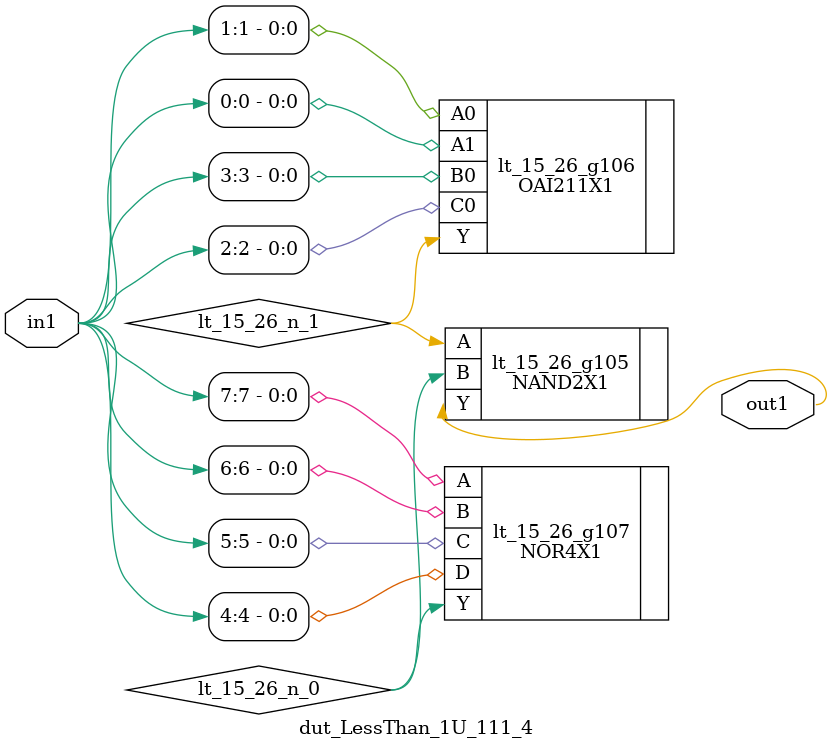
<source format=v>
`timescale 1ps / 1ps


module dut_LessThan_1U_111_4(in1, out1);
  input [7:0] in1;
  output out1;
  wire [7:0] in1;
  wire out1;
  wire lt_15_26_n_0, lt_15_26_n_1;
  NAND2X1 lt_15_26_g105(.A (lt_15_26_n_1), .B (lt_15_26_n_0), .Y
       (out1));
  OAI211X1 lt_15_26_g106(.A0 (in1[1]), .A1 (in1[0]), .B0 (in1[3]), .C0
       (in1[2]), .Y (lt_15_26_n_1));
  NOR4X1 lt_15_26_g107(.A (in1[7]), .B (in1[6]), .C (in1[5]), .D
       (in1[4]), .Y (lt_15_26_n_0));
endmodule



</source>
